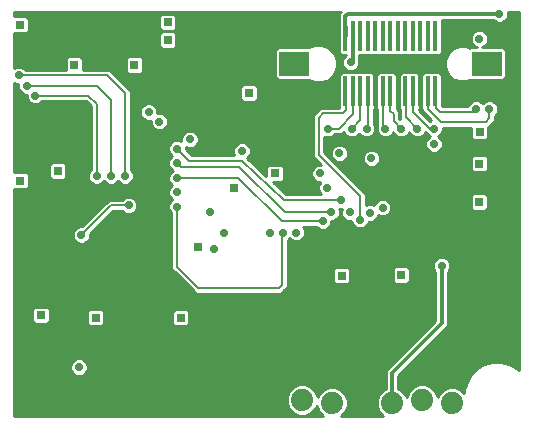
<source format=gbl>
G75*
%MOIN*%
%OFA0B0*%
%FSLAX24Y24*%
%IPPOS*%
%LPD*%
%AMOC8*
5,1,8,0,0,1.08239X$1,22.5*
%
%ADD10C,0.0740*%
%ADD11R,0.0138X0.0984*%
%ADD12R,0.0984X0.0787*%
%ADD13C,0.0100*%
%ADD14C,0.0280*%
%ADD15C,0.0120*%
%ADD16R,0.0280X0.0280*%
%ADD17C,0.0080*%
D10*
X010788Y002192D03*
X011788Y002092D03*
X012788Y002192D03*
X013788Y002092D03*
X014788Y002192D03*
X015788Y002092D03*
D11*
X015479Y012479D03*
X015229Y012479D03*
X014979Y012479D03*
X014729Y012479D03*
X014479Y012479D03*
X014229Y012479D03*
X013979Y012479D03*
X013729Y012479D03*
X013479Y012479D03*
X013229Y012479D03*
X012979Y012479D03*
X012729Y012479D03*
X012479Y012479D03*
X012229Y012479D03*
X011979Y012479D03*
X011979Y014329D03*
X012229Y014329D03*
X012479Y014329D03*
X012729Y014329D03*
X012979Y014329D03*
X013229Y014329D03*
X013479Y014329D03*
X013729Y014329D03*
X013979Y014329D03*
X014229Y014329D03*
X014479Y014329D03*
X014729Y014329D03*
X014979Y014329D03*
X015229Y014329D03*
X015479Y014329D03*
D12*
X016933Y013404D03*
X010525Y013404D03*
D13*
X001187Y009217D02*
X001187Y001649D01*
X011497Y001649D01*
X011493Y001651D01*
X011347Y001797D01*
X011268Y001988D01*
X011268Y001992D01*
X011229Y001897D01*
X011083Y001751D01*
X010891Y001672D01*
X010685Y001672D01*
X010493Y001751D01*
X010347Y001897D01*
X010268Y002088D01*
X010268Y002295D01*
X010347Y002486D01*
X010493Y002632D01*
X010685Y002712D01*
X010891Y002712D01*
X011083Y002632D01*
X011229Y002486D01*
X011308Y002295D01*
X011308Y002292D01*
X011347Y002386D01*
X011493Y002532D01*
X011685Y002612D01*
X011891Y002612D01*
X012083Y002532D01*
X012229Y002386D01*
X012308Y002195D01*
X012308Y001988D01*
X012229Y001797D01*
X012083Y001651D01*
X012079Y001649D01*
X013497Y001649D01*
X013493Y001651D01*
X013347Y001797D01*
X013268Y001988D01*
X013268Y002195D01*
X013347Y002386D01*
X013493Y002532D01*
X013570Y002564D01*
X013570Y003176D01*
X013693Y003299D01*
X015224Y004830D01*
X015224Y006472D01*
X015188Y006508D01*
X015144Y006614D01*
X015144Y006730D01*
X015188Y006836D01*
X015269Y006918D01*
X015376Y006962D01*
X015491Y006962D01*
X015598Y006918D01*
X015679Y006836D01*
X015724Y006730D01*
X015724Y006614D01*
X015679Y006508D01*
X015644Y006472D01*
X015644Y004656D01*
X013990Y003002D01*
X013990Y002571D01*
X014083Y002532D01*
X014229Y002386D01*
X014268Y002292D01*
X014268Y002295D01*
X014347Y002486D01*
X014493Y002632D01*
X014685Y002712D01*
X014891Y002712D01*
X015083Y002632D01*
X015229Y002486D01*
X015308Y002295D01*
X015308Y002292D01*
X015347Y002386D01*
X015493Y002532D01*
X015685Y002612D01*
X015891Y002612D01*
X016083Y002532D01*
X016192Y002423D01*
X016192Y002523D01*
X016266Y002797D01*
X016408Y003044D01*
X016609Y003245D01*
X016855Y003387D01*
X017130Y003460D01*
X017414Y003460D01*
X017689Y003387D01*
X017935Y003245D01*
X018003Y003177D01*
X018003Y015120D01*
X017651Y015120D01*
X017653Y015115D01*
X017653Y015000D01*
X017609Y014893D01*
X017527Y014812D01*
X017420Y014768D01*
X017305Y014768D01*
X017198Y014812D01*
X017163Y014848D01*
X015448Y014848D01*
X015448Y013775D01*
X015360Y013687D01*
X012689Y013687D01*
X012689Y013540D01*
X012692Y013503D01*
X012692Y013501D01*
X012692Y013494D01*
X012695Y013460D01*
X012692Y013458D01*
X012692Y013386D01*
X012648Y013279D01*
X012566Y013198D01*
X012460Y013154D01*
X012344Y013154D01*
X012238Y013198D01*
X012156Y013279D01*
X012112Y013386D01*
X012112Y013501D01*
X012156Y013608D01*
X012236Y013687D01*
X012098Y013687D01*
X012010Y013775D01*
X012010Y014339D01*
X012004Y014363D01*
X012010Y014373D01*
X012010Y014884D01*
X012021Y014895D01*
X012021Y014901D01*
X012012Y014911D01*
X012019Y014986D01*
X012017Y015061D01*
X012026Y015071D01*
X012028Y015085D01*
X012070Y015120D01*
X001187Y015120D01*
X001187Y014993D01*
X001581Y014993D01*
X001669Y014906D01*
X001669Y014501D01*
X001581Y014413D01*
X001187Y014413D01*
X001187Y013261D01*
X001281Y013300D01*
X001397Y013300D01*
X001503Y013256D01*
X001559Y013200D01*
X002900Y013200D01*
X002900Y013567D01*
X002987Y013655D01*
X003392Y013655D01*
X003480Y013567D01*
X003480Y013200D01*
X004371Y013200D01*
X004482Y013089D01*
X004482Y013089D01*
X004961Y012610D01*
X004961Y012610D01*
X005072Y012499D01*
X005072Y009884D01*
X005128Y009828D01*
X005172Y009722D01*
X005172Y009606D01*
X005128Y009500D01*
X005047Y009418D01*
X004940Y009374D01*
X004825Y009374D01*
X004718Y009418D01*
X004646Y009490D01*
X004574Y009418D01*
X004468Y009374D01*
X004352Y009374D01*
X004246Y009418D01*
X004174Y009490D01*
X004102Y009418D01*
X003995Y009374D01*
X003880Y009374D01*
X003773Y009418D01*
X003692Y009500D01*
X003648Y009606D01*
X003648Y009722D01*
X003692Y009828D01*
X003748Y009884D01*
X003748Y011987D01*
X003583Y012151D01*
X002110Y012151D01*
X002055Y012095D01*
X001948Y012051D01*
X001833Y012051D01*
X001726Y012095D01*
X001644Y012177D01*
X001600Y012284D01*
X001600Y012366D01*
X001557Y012366D01*
X001450Y012410D01*
X001369Y012492D01*
X001325Y012598D01*
X001325Y012714D01*
X001327Y012720D01*
X001281Y012720D01*
X001187Y012760D01*
X001187Y009797D01*
X001581Y009797D01*
X001669Y009709D01*
X001669Y009304D01*
X001581Y009217D01*
X001187Y009217D01*
X001187Y009178D02*
X006328Y009178D01*
X006325Y009171D02*
X006325Y009055D01*
X006369Y008949D01*
X006441Y008877D01*
X006369Y008805D01*
X006325Y008698D01*
X006325Y008583D01*
X006369Y008476D01*
X006425Y008420D01*
X006425Y006554D01*
X006536Y006443D01*
X007133Y005845D01*
X007245Y005734D01*
X010079Y005734D01*
X010197Y005852D01*
X010309Y005963D01*
X010309Y007523D01*
X010322Y007528D01*
X010375Y007581D01*
X010427Y007528D01*
X010533Y007484D01*
X010649Y007484D01*
X010755Y007528D01*
X010837Y007610D01*
X010881Y007717D01*
X010881Y007832D01*
X010837Y007939D01*
X010801Y007974D01*
X011253Y007974D01*
X011309Y007918D01*
X011415Y007874D01*
X011531Y007874D01*
X011637Y007918D01*
X011719Y008000D01*
X011763Y008106D01*
X011763Y008165D01*
X011818Y008165D01*
X011925Y008210D01*
X012006Y008291D01*
X012050Y008398D01*
X012050Y008513D01*
X012025Y008575D01*
X012109Y008575D01*
X012081Y008505D01*
X012081Y008390D01*
X012047Y008390D01*
X012081Y008390D02*
X012125Y008283D01*
X012206Y008202D01*
X012313Y008158D01*
X012427Y008158D01*
X012427Y008146D01*
X012471Y008039D01*
X012553Y007958D01*
X012659Y007913D01*
X012775Y007913D01*
X012881Y007958D01*
X012963Y008039D01*
X013004Y008138D01*
X013105Y008138D01*
X013212Y008182D01*
X013294Y008264D01*
X013327Y008344D01*
X013407Y008311D01*
X013523Y008311D01*
X013629Y008355D01*
X013711Y008437D01*
X013755Y008543D01*
X013755Y008659D01*
X013711Y008765D01*
X013629Y008847D01*
X013523Y008891D01*
X013407Y008891D01*
X013301Y008847D01*
X013219Y008765D01*
X013186Y008685D01*
X013105Y008718D01*
X012990Y008718D01*
X012907Y008683D01*
X012907Y009073D01*
X012796Y009185D01*
X011529Y010451D01*
X011529Y010973D01*
X011589Y010949D01*
X011704Y010949D01*
X011810Y010993D01*
X011866Y011049D01*
X011936Y011049D01*
X011937Y011048D01*
X012014Y011049D01*
X012091Y011049D01*
X012092Y011050D01*
X012094Y011050D01*
X012148Y011106D01*
X012173Y011130D01*
X012196Y011075D01*
X012277Y010993D01*
X012384Y010949D01*
X012499Y010949D01*
X012606Y010993D01*
X012687Y011075D01*
X012688Y011075D01*
X012688Y011075D01*
X012769Y010993D01*
X012876Y010949D01*
X012991Y010949D01*
X013098Y010993D01*
X013179Y011075D01*
X013224Y011181D01*
X013224Y011297D01*
X013179Y011403D01*
X013169Y011414D01*
X013169Y011896D01*
X013198Y011925D01*
X013198Y013033D01*
X013110Y013121D01*
X012098Y013121D01*
X012010Y013033D01*
X012010Y011933D01*
X011410Y011933D01*
X011260Y011783D01*
X011149Y011672D01*
X011149Y010294D01*
X011410Y010033D01*
X011321Y010033D01*
X011214Y009989D01*
X011133Y009907D01*
X011089Y009800D01*
X011089Y009685D01*
X011133Y009579D01*
X011214Y009497D01*
X011321Y009453D01*
X011387Y009453D01*
X011369Y009435D01*
X011325Y009328D01*
X011325Y009213D01*
X011369Y009106D01*
X011420Y009055D01*
X010245Y009055D01*
X009823Y009453D01*
X010085Y009453D01*
X010172Y009541D01*
X010172Y009945D01*
X010085Y010033D01*
X009680Y010033D01*
X009592Y009945D01*
X009592Y009670D01*
X008963Y010264D01*
X009026Y010327D01*
X009070Y010433D01*
X009070Y010548D01*
X009026Y010655D01*
X008944Y010737D01*
X008838Y010781D01*
X008722Y010781D01*
X008616Y010737D01*
X008534Y010655D01*
X008490Y010548D01*
X008490Y010433D01*
X008524Y010350D01*
X007103Y010350D01*
X006905Y010548D01*
X006905Y010627D01*
X006903Y010630D01*
X006990Y010595D01*
X007105Y010595D01*
X007212Y010639D01*
X007294Y010720D01*
X007338Y010827D01*
X007338Y010942D01*
X007294Y011049D01*
X007212Y011130D01*
X007105Y011175D01*
X006990Y011175D01*
X006884Y011130D01*
X006802Y011049D01*
X006758Y010942D01*
X006758Y010827D01*
X006759Y010824D01*
X006672Y010860D01*
X006557Y010860D01*
X006450Y010815D01*
X006369Y010734D01*
X006325Y010627D01*
X006325Y010512D01*
X006369Y010405D01*
X006441Y010333D01*
X006369Y010261D01*
X006325Y010155D01*
X006325Y010039D01*
X006369Y009933D01*
X006450Y009851D01*
X006475Y009841D01*
X006450Y009831D01*
X006369Y009750D01*
X006325Y009643D01*
X006325Y009528D01*
X006369Y009421D01*
X006441Y009349D01*
X006369Y009277D01*
X006325Y009171D01*
X006325Y009079D02*
X001187Y009079D01*
X001187Y008981D02*
X006355Y008981D01*
X006435Y008882D02*
X005208Y008882D01*
X005246Y008844D02*
X005165Y008926D01*
X005058Y008970D01*
X004943Y008970D01*
X004836Y008926D01*
X004780Y008870D01*
X004331Y008870D01*
X003447Y007986D01*
X003368Y007986D01*
X003261Y007941D01*
X003180Y007860D01*
X003136Y007753D01*
X003136Y007638D01*
X003180Y007531D01*
X003261Y007450D01*
X003368Y007406D01*
X003483Y007406D01*
X003590Y007450D01*
X003672Y007531D01*
X003716Y007638D01*
X003716Y007717D01*
X004489Y008490D01*
X004780Y008490D01*
X004836Y008434D01*
X004943Y008390D01*
X005058Y008390D01*
X005165Y008434D01*
X005246Y008516D01*
X005291Y008622D01*
X005291Y008737D01*
X005246Y008844D01*
X005271Y008784D02*
X006360Y008784D01*
X006325Y008685D02*
X005291Y008685D01*
X005276Y008587D02*
X006325Y008587D01*
X006364Y008488D02*
X005219Y008488D01*
X005059Y008390D02*
X006425Y008390D01*
X006425Y008291D02*
X004290Y008291D01*
X004192Y008193D02*
X006425Y008193D01*
X006425Y008094D02*
X004093Y008094D01*
X003995Y007996D02*
X006425Y007996D01*
X006425Y007897D02*
X003896Y007897D01*
X003798Y007799D02*
X006425Y007799D01*
X006425Y007700D02*
X003716Y007700D01*
X003701Y007602D02*
X006425Y007602D01*
X006425Y007503D02*
X003644Y007503D01*
X003208Y007503D02*
X001187Y007503D01*
X001187Y007405D02*
X006425Y007405D01*
X006425Y007306D02*
X001187Y007306D01*
X001187Y007208D02*
X006425Y007208D01*
X006425Y007109D02*
X001187Y007109D01*
X001187Y007011D02*
X006425Y007011D01*
X006425Y006912D02*
X001187Y006912D01*
X001187Y006814D02*
X006425Y006814D01*
X006425Y006715D02*
X001187Y006715D01*
X001187Y006617D02*
X006425Y006617D01*
X006460Y006518D02*
X001187Y006518D01*
X001187Y006420D02*
X006559Y006420D01*
X006657Y006321D02*
X001187Y006321D01*
X001187Y006223D02*
X006756Y006223D01*
X006854Y006124D02*
X001187Y006124D01*
X001187Y006026D02*
X006953Y006026D01*
X007051Y005927D02*
X001187Y005927D01*
X001187Y005829D02*
X007150Y005829D01*
X006935Y005230D02*
X006531Y005230D01*
X006443Y005142D01*
X006443Y004737D01*
X006531Y004650D01*
X006935Y004650D01*
X007023Y004737D01*
X007023Y005142D01*
X006935Y005230D01*
X007023Y005139D02*
X015224Y005139D01*
X015224Y005041D02*
X007023Y005041D01*
X007023Y004942D02*
X015224Y004942D01*
X015224Y004844D02*
X007023Y004844D01*
X007023Y004745D02*
X015139Y004745D01*
X015041Y004647D02*
X001187Y004647D01*
X001187Y004745D02*
X001868Y004745D01*
X001885Y004728D02*
X002289Y004728D01*
X002377Y004816D01*
X002377Y005221D01*
X002289Y005308D01*
X001885Y005308D01*
X001797Y005221D01*
X001797Y004816D01*
X001885Y004728D01*
X001797Y004844D02*
X001187Y004844D01*
X001187Y004942D02*
X001797Y004942D01*
X001797Y005041D02*
X001187Y005041D01*
X001187Y005139D02*
X001797Y005139D01*
X001815Y005238D02*
X001187Y005238D01*
X001187Y005336D02*
X015224Y005336D01*
X015224Y005238D02*
X002360Y005238D01*
X002377Y005139D02*
X003608Y005139D01*
X003608Y005142D02*
X003608Y004737D01*
X003696Y004650D01*
X004100Y004650D01*
X004188Y004737D01*
X004188Y005142D01*
X004100Y005230D01*
X003696Y005230D01*
X003608Y005142D01*
X003608Y005041D02*
X002377Y005041D01*
X002377Y004942D02*
X003608Y004942D01*
X003608Y004844D02*
X002377Y004844D01*
X002306Y004745D02*
X003608Y004745D01*
X004188Y004745D02*
X006443Y004745D01*
X006443Y004844D02*
X004188Y004844D01*
X004188Y004942D02*
X006443Y004942D01*
X006443Y005041D02*
X004188Y005041D01*
X004188Y005139D02*
X006443Y005139D01*
X003593Y003450D02*
X003637Y003344D01*
X003637Y003228D01*
X003593Y003122D01*
X003511Y003040D01*
X003405Y002996D01*
X003289Y002996D01*
X003183Y003040D01*
X003101Y003122D01*
X003057Y003228D01*
X003057Y003344D01*
X003101Y003450D01*
X003183Y003532D01*
X003289Y003576D01*
X003405Y003576D01*
X003511Y003532D01*
X003593Y003450D01*
X003578Y003465D02*
X013859Y003465D01*
X013957Y003563D02*
X003435Y003563D01*
X003259Y003563D02*
X001187Y003563D01*
X001187Y003465D02*
X003116Y003465D01*
X003066Y003366D02*
X001187Y003366D01*
X001187Y003268D02*
X003057Y003268D01*
X003081Y003169D02*
X001187Y003169D01*
X001187Y003071D02*
X003152Y003071D01*
X003542Y003071D02*
X013570Y003071D01*
X013570Y003169D02*
X003613Y003169D01*
X003637Y003268D02*
X013662Y003268D01*
X013760Y003366D02*
X003628Y003366D01*
X001187Y003662D02*
X014056Y003662D01*
X014154Y003760D02*
X001187Y003760D01*
X001187Y003859D02*
X014253Y003859D01*
X014351Y003957D02*
X001187Y003957D01*
X001187Y004056D02*
X014450Y004056D01*
X014548Y004154D02*
X001187Y004154D01*
X001187Y004253D02*
X014647Y004253D01*
X014745Y004351D02*
X001187Y004351D01*
X001187Y004450D02*
X014844Y004450D01*
X014942Y004548D02*
X001187Y004548D01*
X001187Y005435D02*
X015224Y005435D01*
X015224Y005533D02*
X001187Y005533D01*
X001187Y005632D02*
X015224Y005632D01*
X015224Y005730D02*
X001187Y005730D01*
X001187Y007602D02*
X003151Y007602D01*
X003136Y007700D02*
X001187Y007700D01*
X001187Y007799D02*
X003155Y007799D01*
X003218Y007897D02*
X001187Y007897D01*
X001187Y007996D02*
X003458Y007996D01*
X003556Y008094D02*
X001187Y008094D01*
X001187Y008193D02*
X003655Y008193D01*
X003753Y008291D02*
X001187Y008291D01*
X001187Y008390D02*
X003852Y008390D01*
X003950Y008488D02*
X001187Y008488D01*
X001187Y008587D02*
X004049Y008587D01*
X004147Y008685D02*
X001187Y008685D01*
X001187Y008784D02*
X004246Y008784D01*
X004487Y008488D02*
X004782Y008488D01*
X004942Y008390D02*
X004389Y008390D01*
X004793Y008882D02*
X001187Y008882D01*
X001641Y009276D02*
X006369Y009276D01*
X006415Y009375D02*
X004942Y009375D01*
X004822Y009375D02*
X004470Y009375D01*
X004350Y009375D02*
X003998Y009375D01*
X003878Y009375D02*
X001669Y009375D01*
X001669Y009473D02*
X003718Y009473D01*
X003662Y009572D02*
X002881Y009572D01*
X002840Y009532D02*
X002928Y009619D01*
X002928Y010024D01*
X002840Y010112D01*
X002436Y010112D01*
X002348Y010024D01*
X002348Y009619D01*
X002436Y009532D01*
X002840Y009532D01*
X002928Y009670D02*
X003648Y009670D01*
X003667Y009769D02*
X002928Y009769D01*
X002928Y009867D02*
X003731Y009867D01*
X003748Y009966D02*
X002928Y009966D01*
X002888Y010064D02*
X003748Y010064D01*
X003748Y010163D02*
X001187Y010163D01*
X001187Y010261D02*
X003748Y010261D01*
X003748Y010360D02*
X001187Y010360D01*
X001187Y010458D02*
X003748Y010458D01*
X003748Y010557D02*
X001187Y010557D01*
X001187Y010655D02*
X003748Y010655D01*
X003748Y010754D02*
X001187Y010754D01*
X001187Y010852D02*
X003748Y010852D01*
X003748Y010951D02*
X001187Y010951D01*
X001187Y011049D02*
X003748Y011049D01*
X003748Y011148D02*
X001187Y011148D01*
X001187Y011246D02*
X003748Y011246D01*
X003748Y011345D02*
X001187Y011345D01*
X001187Y011444D02*
X003748Y011444D01*
X003748Y011542D02*
X001187Y011542D01*
X001187Y011641D02*
X003748Y011641D01*
X003748Y011739D02*
X001187Y011739D01*
X001187Y011838D02*
X003748Y011838D01*
X003748Y011936D02*
X001187Y011936D01*
X001187Y012035D02*
X003700Y012035D01*
X003601Y012133D02*
X002092Y012133D01*
X001688Y012133D02*
X001187Y012133D01*
X001187Y012232D02*
X001622Y012232D01*
X001600Y012330D02*
X001187Y012330D01*
X001187Y012429D02*
X001432Y012429D01*
X001354Y012527D02*
X001187Y012527D01*
X001187Y012626D02*
X001325Y012626D01*
X001273Y012724D02*
X001187Y012724D01*
X001543Y013217D02*
X002900Y013217D01*
X002900Y013315D02*
X001187Y013315D01*
X001187Y013414D02*
X002900Y013414D01*
X002900Y013512D02*
X001187Y013512D01*
X001187Y013611D02*
X002943Y013611D01*
X003436Y013611D02*
X004951Y013611D01*
X004907Y013567D02*
X004907Y013163D01*
X004995Y013075D01*
X005400Y013075D01*
X005487Y013163D01*
X005487Y013567D01*
X005400Y013655D01*
X004995Y013655D01*
X004907Y013567D01*
X004907Y013512D02*
X003480Y013512D01*
X003480Y013414D02*
X004907Y013414D01*
X004907Y013315D02*
X003480Y013315D01*
X003480Y013217D02*
X004907Y013217D01*
X004952Y013118D02*
X004453Y013118D01*
X004552Y013020D02*
X009883Y013020D01*
X009883Y012948D02*
X009971Y012860D01*
X011002Y012860D01*
X011204Y012777D01*
X011453Y012777D01*
X011684Y012873D01*
X011860Y013049D01*
X011955Y013279D01*
X011955Y013529D01*
X011860Y013759D01*
X011684Y013936D01*
X011453Y014031D01*
X011204Y014031D01*
X011002Y013948D01*
X009971Y013948D01*
X009883Y013860D01*
X009883Y012948D01*
X009910Y012921D02*
X004650Y012921D01*
X004749Y012823D02*
X011094Y012823D01*
X011563Y012823D02*
X012010Y012823D01*
X012010Y012921D02*
X011732Y012921D01*
X011831Y013020D02*
X012010Y013020D01*
X012095Y013118D02*
X011889Y013118D01*
X011929Y013217D02*
X012219Y013217D01*
X012141Y013315D02*
X011955Y013315D01*
X011955Y013414D02*
X012112Y013414D01*
X012117Y013512D02*
X011955Y013512D01*
X011922Y013611D02*
X012159Y013611D01*
X012076Y013709D02*
X011881Y013709D01*
X011812Y013808D02*
X012010Y013808D01*
X012010Y013906D02*
X011713Y013906D01*
X011518Y014005D02*
X012010Y014005D01*
X012010Y014103D02*
X006590Y014103D01*
X006590Y014005D02*
X011139Y014005D01*
X012010Y014202D02*
X006590Y014202D01*
X006590Y014300D02*
X012010Y014300D01*
X012010Y014399D02*
X006585Y014399D01*
X006590Y014394D02*
X006502Y014482D01*
X006098Y014482D01*
X006010Y014394D01*
X006010Y013989D01*
X006098Y013902D01*
X006502Y013902D01*
X006590Y013989D01*
X006590Y014394D01*
X006502Y014492D02*
X006590Y014580D01*
X006590Y014984D01*
X006502Y015072D01*
X006098Y015072D01*
X006010Y014984D01*
X006010Y014580D01*
X006098Y014492D01*
X006502Y014492D01*
X006507Y014497D02*
X012010Y014497D01*
X012010Y014596D02*
X006590Y014596D01*
X006590Y014694D02*
X012010Y014694D01*
X012010Y014793D02*
X006590Y014793D01*
X006590Y014891D02*
X012017Y014891D01*
X012019Y014990D02*
X006585Y014990D01*
X006015Y014990D02*
X001585Y014990D01*
X001669Y014891D02*
X006010Y014891D01*
X006010Y014793D02*
X001669Y014793D01*
X001669Y014694D02*
X006010Y014694D01*
X006010Y014596D02*
X001669Y014596D01*
X001664Y014497D02*
X006093Y014497D01*
X006015Y014399D02*
X001187Y014399D01*
X001187Y014300D02*
X006010Y014300D01*
X006010Y014202D02*
X001187Y014202D01*
X001187Y014103D02*
X006010Y014103D01*
X006010Y014005D02*
X001187Y014005D01*
X001187Y013906D02*
X006093Y013906D01*
X006506Y013906D02*
X009929Y013906D01*
X009883Y013808D02*
X001187Y013808D01*
X001187Y013709D02*
X009883Y013709D01*
X009883Y013611D02*
X005444Y013611D01*
X005487Y013512D02*
X009883Y013512D01*
X009883Y013414D02*
X005487Y013414D01*
X005487Y013315D02*
X009883Y013315D01*
X009883Y013217D02*
X005487Y013217D01*
X005443Y013118D02*
X009883Y013118D01*
X009306Y012622D02*
X009218Y012710D01*
X008814Y012710D01*
X008726Y012622D01*
X008726Y012218D01*
X008814Y012130D01*
X009218Y012130D01*
X009306Y012218D01*
X009306Y012622D01*
X009303Y012626D02*
X012010Y012626D01*
X012010Y012724D02*
X004847Y012724D01*
X004946Y012626D02*
X008730Y012626D01*
X008726Y012527D02*
X005044Y012527D01*
X005072Y012429D02*
X008726Y012429D01*
X008726Y012330D02*
X005072Y012330D01*
X005072Y012232D02*
X008726Y012232D01*
X008811Y012133D02*
X005072Y012133D01*
X005072Y012035D02*
X005504Y012035D01*
X005506Y012036D02*
X005424Y011954D01*
X005380Y011848D01*
X005380Y011732D01*
X005424Y011626D01*
X005506Y011544D01*
X005612Y011500D01*
X005728Y011500D01*
X005734Y011503D01*
X005734Y011417D01*
X005778Y011311D01*
X005860Y011229D01*
X005966Y011185D01*
X006082Y011185D01*
X006188Y011229D01*
X006270Y011311D01*
X006314Y011417D01*
X006314Y011533D01*
X006270Y011639D01*
X006188Y011721D01*
X006082Y011765D01*
X005966Y011765D01*
X005960Y011762D01*
X005960Y011848D01*
X005916Y011954D01*
X005834Y012036D01*
X005728Y012080D01*
X005612Y012080D01*
X005506Y012036D01*
X005416Y011936D02*
X005072Y011936D01*
X005072Y011838D02*
X005380Y011838D01*
X005380Y011739D02*
X005072Y011739D01*
X005072Y011641D02*
X005418Y011641D01*
X005511Y011542D02*
X005072Y011542D01*
X005072Y011444D02*
X005734Y011444D01*
X005764Y011345D02*
X005072Y011345D01*
X005072Y011246D02*
X005843Y011246D01*
X006206Y011246D02*
X011149Y011246D01*
X011149Y011148D02*
X007169Y011148D01*
X007293Y011049D02*
X011149Y011049D01*
X011149Y010951D02*
X007334Y010951D01*
X007338Y010852D02*
X011149Y010852D01*
X011149Y010754D02*
X008902Y010754D01*
X009026Y010655D02*
X011149Y010655D01*
X011149Y010557D02*
X009067Y010557D01*
X009070Y010458D02*
X011149Y010458D01*
X011149Y010360D02*
X009040Y010360D01*
X008965Y010261D02*
X011182Y010261D01*
X011280Y010163D02*
X009070Y010163D01*
X009174Y010064D02*
X011379Y010064D01*
X011192Y009966D02*
X010151Y009966D01*
X010172Y009867D02*
X011116Y009867D01*
X011089Y009769D02*
X010172Y009769D01*
X010172Y009670D02*
X011095Y009670D01*
X011139Y009572D02*
X010172Y009572D01*
X010105Y009473D02*
X011271Y009473D01*
X011344Y009375D02*
X009906Y009375D01*
X010010Y009276D02*
X011325Y009276D01*
X011339Y009178D02*
X010115Y009178D01*
X010219Y009079D02*
X011395Y009079D01*
X012050Y008488D02*
X012081Y008488D01*
X012121Y008291D02*
X012006Y008291D01*
X011885Y008193D02*
X012227Y008193D01*
X012448Y008094D02*
X011758Y008094D01*
X011715Y007996D02*
X012514Y007996D01*
X012920Y007996D02*
X018003Y007996D01*
X018003Y008094D02*
X012986Y008094D01*
X013223Y008193D02*
X018003Y008193D01*
X018003Y008291D02*
X013305Y008291D01*
X013664Y008390D02*
X018003Y008390D01*
X018003Y008488D02*
X013732Y008488D01*
X013755Y008587D02*
X016412Y008587D01*
X016403Y008596D02*
X016491Y008508D01*
X016896Y008508D01*
X016983Y008596D01*
X016983Y009000D01*
X016896Y009088D01*
X016491Y009088D01*
X016403Y009000D01*
X016403Y008596D01*
X016403Y008685D02*
X013744Y008685D01*
X013692Y008784D02*
X016403Y008784D01*
X016403Y008882D02*
X013543Y008882D01*
X013387Y008882D02*
X012907Y008882D01*
X012907Y008784D02*
X013238Y008784D01*
X013186Y008685D02*
X013184Y008685D01*
X012912Y008685D02*
X012907Y008685D01*
X012907Y008981D02*
X016403Y008981D01*
X016483Y009079D02*
X012901Y009079D01*
X012803Y009178D02*
X018003Y009178D01*
X018003Y009276D02*
X012704Y009276D01*
X012606Y009375D02*
X018003Y009375D01*
X018003Y009473D02*
X012507Y009473D01*
X012409Y009572D02*
X018003Y009572D01*
X018003Y009670D02*
X012310Y009670D01*
X012212Y009769D02*
X018003Y009769D01*
X018003Y009867D02*
X016976Y009867D01*
X016980Y009871D02*
X016892Y009783D01*
X016487Y009783D01*
X016400Y009871D01*
X016400Y010276D01*
X016487Y010363D01*
X016892Y010363D01*
X016980Y010276D01*
X016980Y009871D01*
X016980Y009966D02*
X018003Y009966D01*
X018003Y010064D02*
X016980Y010064D01*
X016980Y010163D02*
X018003Y010163D01*
X018003Y010261D02*
X016980Y010261D01*
X016895Y010360D02*
X018003Y010360D01*
X018003Y010458D02*
X015291Y010458D01*
X015239Y010437D02*
X015346Y010481D01*
X015428Y010563D01*
X015472Y010669D01*
X015472Y010785D01*
X015428Y010891D01*
X015346Y010973D01*
X015322Y010983D01*
X015346Y010993D01*
X015428Y011075D01*
X015472Y011181D01*
X015472Y011269D01*
X016415Y011269D01*
X016415Y010934D01*
X016503Y010846D01*
X016907Y010846D01*
X016995Y010934D01*
X016995Y011288D01*
X017103Y011395D01*
X017214Y011507D01*
X017214Y011672D01*
X017270Y011728D01*
X017314Y011835D01*
X017314Y011950D01*
X017270Y012057D01*
X017188Y012138D01*
X017082Y012182D01*
X016966Y012182D01*
X016860Y012138D01*
X016806Y012084D01*
X016751Y012138D01*
X016645Y012182D01*
X016529Y012182D01*
X016423Y012138D01*
X016341Y012057D01*
X016310Y011980D01*
X015457Y011980D01*
X015448Y011990D01*
X015448Y012458D01*
X015454Y012474D01*
X015448Y012489D01*
X015448Y013033D01*
X015360Y013121D01*
X014848Y013121D01*
X014760Y013033D01*
X014760Y011925D01*
X014789Y011896D01*
X014789Y011893D01*
X014789Y011816D01*
X014790Y011814D01*
X014790Y011812D01*
X014846Y011759D01*
X014900Y011704D01*
X014902Y011704D01*
X015096Y011517D01*
X015045Y011496D01*
X014672Y011864D01*
X014672Y011899D01*
X014698Y011925D01*
X014698Y013033D01*
X014610Y013121D01*
X014098Y013121D01*
X014010Y013033D01*
X014010Y011925D01*
X014042Y011893D01*
X014042Y011702D01*
X014043Y011625D01*
X014043Y011552D01*
X014029Y011566D01*
X014029Y011658D01*
X014033Y011663D01*
X014029Y011736D01*
X014029Y011810D01*
X014025Y011814D01*
X014024Y011820D01*
X013970Y011869D01*
X013931Y011908D01*
X013948Y011925D01*
X013948Y013033D01*
X013860Y013121D01*
X013348Y013121D01*
X013260Y013033D01*
X013260Y011925D01*
X013289Y011896D01*
X013289Y011373D01*
X013283Y011366D01*
X013285Y011343D01*
X013266Y011297D01*
X013266Y011181D01*
X013310Y011075D01*
X013391Y010993D01*
X013498Y010949D01*
X013613Y010949D01*
X013720Y010993D01*
X013802Y011075D01*
X013821Y011123D01*
X013841Y011075D01*
X013923Y010993D01*
X014029Y010949D01*
X014145Y010949D01*
X014251Y010993D01*
X014333Y011075D01*
X014355Y011127D01*
X014377Y011075D01*
X014458Y010993D01*
X014565Y010949D01*
X014680Y010949D01*
X014787Y010993D01*
X014868Y011075D01*
X014887Y011119D01*
X014902Y011104D01*
X014957Y011049D01*
X014958Y011049D01*
X014959Y011048D01*
X014962Y011048D01*
X015017Y010993D01*
X015042Y010983D01*
X015017Y010973D01*
X014936Y010891D01*
X014892Y010785D01*
X014892Y010669D01*
X014936Y010563D01*
X015017Y010481D01*
X015124Y010437D01*
X015239Y010437D01*
X015072Y010458D02*
X013297Y010458D01*
X013259Y010497D02*
X013153Y010541D01*
X013037Y010541D01*
X012931Y010497D01*
X012849Y010415D01*
X012805Y010308D01*
X012805Y010193D01*
X012849Y010086D01*
X012931Y010005D01*
X013037Y009961D01*
X013153Y009961D01*
X013259Y010005D01*
X013341Y010086D01*
X013385Y010193D01*
X013385Y010308D01*
X013341Y010415D01*
X013259Y010497D01*
X013364Y010360D02*
X016484Y010360D01*
X016400Y010261D02*
X013385Y010261D01*
X013373Y010163D02*
X016400Y010163D01*
X016400Y010064D02*
X013319Y010064D01*
X013166Y009966D02*
X016400Y009966D01*
X016403Y009867D02*
X012113Y009867D01*
X012015Y009966D02*
X013024Y009966D01*
X012871Y010064D02*
X011916Y010064D01*
X011970Y010122D02*
X012086Y010122D01*
X012192Y010166D01*
X012274Y010248D01*
X012318Y010354D01*
X012318Y010470D01*
X012274Y010576D01*
X012192Y010658D01*
X012086Y010702D01*
X011970Y010702D01*
X011864Y010658D01*
X011782Y010576D01*
X011738Y010470D01*
X011738Y010354D01*
X011782Y010248D01*
X011864Y010166D01*
X011970Y010122D01*
X011872Y010163D02*
X011818Y010163D01*
X011777Y010261D02*
X011719Y010261D01*
X011738Y010360D02*
X011621Y010360D01*
X011529Y010458D02*
X011738Y010458D01*
X011774Y010557D02*
X011529Y010557D01*
X011529Y010655D02*
X011861Y010655D01*
X012195Y010655D02*
X014897Y010655D01*
X014892Y010754D02*
X011529Y010754D01*
X011529Y010852D02*
X014920Y010852D01*
X014995Y010951D02*
X014685Y010951D01*
X014560Y010951D02*
X014150Y010951D01*
X014024Y010951D02*
X013619Y010951D01*
X013493Y010951D02*
X012997Y010951D01*
X012871Y010951D02*
X012504Y010951D01*
X012379Y010951D02*
X011709Y010951D01*
X011583Y010951D02*
X011529Y010951D01*
X011149Y011345D02*
X006284Y011345D01*
X006314Y011444D02*
X011149Y011444D01*
X011149Y011542D02*
X006310Y011542D01*
X006269Y011641D02*
X011149Y011641D01*
X011216Y011739D02*
X006145Y011739D01*
X005960Y011838D02*
X011315Y011838D01*
X012010Y011936D02*
X005923Y011936D01*
X005835Y012035D02*
X012010Y012035D01*
X012010Y012133D02*
X009221Y012133D01*
X009306Y012232D02*
X012010Y012232D01*
X012010Y012330D02*
X009306Y012330D01*
X009306Y012429D02*
X012010Y012429D01*
X012010Y012527D02*
X009306Y012527D01*
X008658Y010754D02*
X007308Y010754D01*
X007229Y010655D02*
X008535Y010655D01*
X008494Y010557D02*
X006905Y010557D01*
X006994Y010458D02*
X008490Y010458D01*
X008520Y010360D02*
X007093Y010360D01*
X006414Y010360D02*
X005072Y010360D01*
X005072Y010458D02*
X006347Y010458D01*
X006325Y010557D02*
X005072Y010557D01*
X005072Y010655D02*
X006336Y010655D01*
X006389Y010754D02*
X005072Y010754D01*
X005072Y010852D02*
X006540Y010852D01*
X006689Y010852D02*
X006758Y010852D01*
X006761Y010951D02*
X005072Y010951D01*
X005072Y011049D02*
X006803Y011049D01*
X006926Y011148D02*
X005072Y011148D01*
X005072Y010261D02*
X006369Y010261D01*
X006328Y010163D02*
X005072Y010163D01*
X005072Y010064D02*
X006325Y010064D01*
X006355Y009966D02*
X005072Y009966D01*
X005089Y009867D02*
X006434Y009867D01*
X006388Y009769D02*
X005153Y009769D01*
X005172Y009670D02*
X006336Y009670D01*
X006325Y009572D02*
X005158Y009572D01*
X005102Y009473D02*
X006347Y009473D01*
X004663Y009473D02*
X004630Y009473D01*
X004190Y009473D02*
X004157Y009473D01*
X002396Y009572D02*
X001669Y009572D01*
X001669Y009670D02*
X002348Y009670D01*
X002348Y009769D02*
X001608Y009769D01*
X001187Y009867D02*
X002348Y009867D01*
X002348Y009966D02*
X001187Y009966D01*
X001187Y010064D02*
X002389Y010064D01*
X001187Y015088D02*
X012032Y015088D01*
X012689Y013611D02*
X015579Y013611D01*
X015542Y013521D02*
X015542Y013287D01*
X015631Y013071D01*
X015797Y012906D01*
X016013Y012816D01*
X016246Y012816D01*
X016371Y012868D01*
X016378Y012860D01*
X017487Y012860D01*
X017575Y012948D01*
X017575Y013860D01*
X017487Y013948D01*
X016768Y013948D01*
X016858Y013985D01*
X016939Y014067D01*
X016983Y014173D01*
X016983Y014289D01*
X016939Y014395D01*
X016858Y014477D01*
X016751Y014521D01*
X016636Y014521D01*
X016529Y014477D01*
X016448Y014395D01*
X016403Y014289D01*
X016403Y014173D01*
X016448Y014067D01*
X016529Y013985D01*
X016619Y013948D01*
X016378Y013948D01*
X016371Y013940D01*
X016246Y013992D01*
X016013Y013992D01*
X015797Y013903D01*
X015631Y013737D01*
X015542Y013521D01*
X015542Y013512D02*
X012691Y013512D01*
X012692Y013414D02*
X015542Y013414D01*
X015542Y013315D02*
X012663Y013315D01*
X012585Y013217D02*
X015571Y013217D01*
X015612Y013118D02*
X015363Y013118D01*
X015448Y013020D02*
X015683Y013020D01*
X015781Y012921D02*
X015448Y012921D01*
X015448Y012823D02*
X015998Y012823D01*
X016261Y012823D02*
X018003Y012823D01*
X018003Y012921D02*
X017547Y012921D01*
X017575Y013020D02*
X018003Y013020D01*
X018003Y013118D02*
X017575Y013118D01*
X017575Y013217D02*
X018003Y013217D01*
X018003Y013315D02*
X017575Y013315D01*
X017575Y013414D02*
X018003Y013414D01*
X018003Y013512D02*
X017575Y013512D01*
X017575Y013611D02*
X018003Y013611D01*
X018003Y013709D02*
X017575Y013709D01*
X017575Y013808D02*
X018003Y013808D01*
X018003Y013906D02*
X017529Y013906D01*
X018003Y014005D02*
X016877Y014005D01*
X016954Y014103D02*
X018003Y014103D01*
X018003Y014202D02*
X016983Y014202D01*
X016979Y014300D02*
X018003Y014300D01*
X018003Y014399D02*
X016936Y014399D01*
X016809Y014497D02*
X018003Y014497D01*
X018003Y014596D02*
X015448Y014596D01*
X015448Y014694D02*
X018003Y014694D01*
X018003Y014793D02*
X017480Y014793D01*
X017606Y014891D02*
X018003Y014891D01*
X018003Y014990D02*
X017648Y014990D01*
X017653Y015088D02*
X018003Y015088D01*
X017245Y014793D02*
X015448Y014793D01*
X015448Y014497D02*
X016578Y014497D01*
X016451Y014399D02*
X015448Y014399D01*
X015448Y014300D02*
X016408Y014300D01*
X016403Y014202D02*
X015448Y014202D01*
X015448Y014103D02*
X016433Y014103D01*
X016510Y014005D02*
X015448Y014005D01*
X015448Y013906D02*
X015805Y013906D01*
X015702Y013808D02*
X015448Y013808D01*
X015382Y013709D02*
X015620Y013709D01*
X014845Y013118D02*
X014613Y013118D01*
X014698Y013020D02*
X014760Y013020D01*
X014760Y012921D02*
X014698Y012921D01*
X014698Y012823D02*
X014760Y012823D01*
X014760Y012724D02*
X014698Y012724D01*
X014698Y012626D02*
X014760Y012626D01*
X014760Y012527D02*
X014698Y012527D01*
X014698Y012429D02*
X014760Y012429D01*
X014760Y012330D02*
X014698Y012330D01*
X014698Y012232D02*
X014760Y012232D01*
X014760Y012133D02*
X014698Y012133D01*
X014698Y012035D02*
X014760Y012035D01*
X014760Y011936D02*
X014698Y011936D01*
X014699Y011838D02*
X014789Y011838D01*
X014799Y011739D02*
X014866Y011739D01*
X014899Y011641D02*
X014968Y011641D01*
X014999Y011542D02*
X015070Y011542D01*
X015472Y011246D02*
X016415Y011246D01*
X016415Y011148D02*
X015458Y011148D01*
X015402Y011049D02*
X016415Y011049D01*
X016415Y010951D02*
X015368Y010951D01*
X015444Y010852D02*
X016497Y010852D01*
X016913Y010852D02*
X018003Y010852D01*
X018003Y010754D02*
X015472Y010754D01*
X015466Y010655D02*
X018003Y010655D01*
X018003Y010557D02*
X015422Y010557D01*
X014942Y010557D02*
X012282Y010557D01*
X012318Y010458D02*
X012893Y010458D01*
X012826Y010360D02*
X012318Y010360D01*
X012280Y010261D02*
X012805Y010261D01*
X012817Y010163D02*
X012185Y010163D01*
X012221Y011049D02*
X012092Y011049D01*
X012662Y011049D02*
X012713Y011049D01*
X013154Y011049D02*
X013335Y011049D01*
X013279Y011148D02*
X013210Y011148D01*
X013224Y011246D02*
X013266Y011246D01*
X013285Y011345D02*
X013204Y011345D01*
X013169Y011444D02*
X013289Y011444D01*
X013289Y011542D02*
X013169Y011542D01*
X013169Y011641D02*
X013289Y011641D01*
X013289Y011739D02*
X013169Y011739D01*
X013169Y011838D02*
X013289Y011838D01*
X013260Y011936D02*
X013198Y011936D01*
X013198Y012035D02*
X013260Y012035D01*
X013260Y012133D02*
X013198Y012133D01*
X013198Y012232D02*
X013260Y012232D01*
X013260Y012330D02*
X013198Y012330D01*
X013198Y012429D02*
X013260Y012429D01*
X013260Y012527D02*
X013198Y012527D01*
X013198Y012626D02*
X013260Y012626D01*
X013260Y012724D02*
X013198Y012724D01*
X013198Y012823D02*
X013260Y012823D01*
X013260Y012921D02*
X013198Y012921D01*
X013198Y013020D02*
X013260Y013020D01*
X013345Y013118D02*
X013113Y013118D01*
X013863Y013118D02*
X014095Y013118D01*
X014010Y013020D02*
X013948Y013020D01*
X013948Y012921D02*
X014010Y012921D01*
X014010Y012823D02*
X013948Y012823D01*
X013948Y012724D02*
X014010Y012724D01*
X014010Y012626D02*
X013948Y012626D01*
X013948Y012527D02*
X014010Y012527D01*
X014010Y012429D02*
X013948Y012429D01*
X013948Y012330D02*
X014010Y012330D01*
X014010Y012232D02*
X013948Y012232D01*
X013948Y012133D02*
X014010Y012133D01*
X014010Y012035D02*
X013948Y012035D01*
X013948Y011936D02*
X014010Y011936D01*
X014005Y011838D02*
X014042Y011838D01*
X014029Y011739D02*
X014042Y011739D01*
X014042Y011702D02*
X014042Y011702D01*
X014043Y011641D02*
X014029Y011641D01*
X013866Y011049D02*
X013776Y011049D01*
X014308Y011049D02*
X014402Y011049D01*
X014843Y011049D02*
X014957Y011049D01*
X015448Y012035D02*
X016332Y012035D01*
X016418Y012133D02*
X015448Y012133D01*
X015448Y012232D02*
X018003Y012232D01*
X018003Y012330D02*
X015448Y012330D01*
X015448Y012429D02*
X018003Y012429D01*
X018003Y012527D02*
X015448Y012527D01*
X015448Y012626D02*
X018003Y012626D01*
X018003Y012724D02*
X015448Y012724D01*
X016757Y012133D02*
X016855Y012133D01*
X017194Y012133D02*
X018003Y012133D01*
X018003Y012035D02*
X017279Y012035D01*
X017314Y011936D02*
X018003Y011936D01*
X018003Y011838D02*
X017314Y011838D01*
X017275Y011739D02*
X018003Y011739D01*
X018003Y011641D02*
X017214Y011641D01*
X017214Y011542D02*
X018003Y011542D01*
X018003Y011444D02*
X017151Y011444D01*
X017053Y011345D02*
X018003Y011345D01*
X018003Y011246D02*
X016995Y011246D01*
X016995Y011148D02*
X018003Y011148D01*
X018003Y011049D02*
X016995Y011049D01*
X016995Y010951D02*
X018003Y010951D01*
X018003Y009079D02*
X016904Y009079D01*
X016983Y008981D02*
X018003Y008981D01*
X018003Y008882D02*
X016983Y008882D01*
X016983Y008784D02*
X018003Y008784D01*
X018003Y008685D02*
X016983Y008685D01*
X016975Y008587D02*
X018003Y008587D01*
X018003Y007897D02*
X011587Y007897D01*
X011359Y007897D02*
X010854Y007897D01*
X010881Y007799D02*
X018003Y007799D01*
X018003Y007700D02*
X010874Y007700D01*
X010829Y007602D02*
X018003Y007602D01*
X018003Y007503D02*
X010695Y007503D01*
X010487Y007503D02*
X010309Y007503D01*
X010309Y007405D02*
X018003Y007405D01*
X018003Y007306D02*
X010309Y007306D01*
X010309Y007208D02*
X018003Y007208D01*
X018003Y007109D02*
X010309Y007109D01*
X010309Y007011D02*
X018003Y007011D01*
X018003Y006912D02*
X015603Y006912D01*
X015689Y006814D02*
X018003Y006814D01*
X018003Y006715D02*
X015724Y006715D01*
X015724Y006617D02*
X018003Y006617D01*
X018003Y006518D02*
X015684Y006518D01*
X015644Y006420D02*
X018003Y006420D01*
X018003Y006321D02*
X015644Y006321D01*
X015644Y006223D02*
X018003Y006223D01*
X018003Y006124D02*
X015644Y006124D01*
X015644Y006026D02*
X018003Y006026D01*
X018003Y005927D02*
X015644Y005927D01*
X015644Y005829D02*
X018003Y005829D01*
X018003Y005730D02*
X015644Y005730D01*
X015644Y005632D02*
X018003Y005632D01*
X018003Y005533D02*
X015644Y005533D01*
X015644Y005435D02*
X018003Y005435D01*
X018003Y005336D02*
X015644Y005336D01*
X015644Y005238D02*
X018003Y005238D01*
X018003Y005139D02*
X015644Y005139D01*
X015644Y005041D02*
X018003Y005041D01*
X018003Y004942D02*
X015644Y004942D01*
X015644Y004844D02*
X018003Y004844D01*
X018003Y004745D02*
X015644Y004745D01*
X015635Y004647D02*
X018003Y004647D01*
X018003Y004548D02*
X015536Y004548D01*
X015438Y004450D02*
X018003Y004450D01*
X018003Y004351D02*
X015339Y004351D01*
X015241Y004253D02*
X018003Y004253D01*
X018003Y004154D02*
X015142Y004154D01*
X015044Y004056D02*
X018003Y004056D01*
X018003Y003957D02*
X014945Y003957D01*
X014847Y003859D02*
X018003Y003859D01*
X018003Y003760D02*
X014748Y003760D01*
X014650Y003662D02*
X018003Y003662D01*
X018003Y003563D02*
X014551Y003563D01*
X014453Y003465D02*
X018003Y003465D01*
X018003Y003366D02*
X017724Y003366D01*
X017895Y003268D02*
X018003Y003268D01*
X016820Y003366D02*
X014354Y003366D01*
X014256Y003268D02*
X016649Y003268D01*
X016534Y003169D02*
X014157Y003169D01*
X014059Y003071D02*
X016435Y003071D01*
X016367Y002972D02*
X013990Y002972D01*
X013990Y002874D02*
X016310Y002874D01*
X016260Y002775D02*
X013990Y002775D01*
X013990Y002677D02*
X014601Y002677D01*
X014439Y002578D02*
X013990Y002578D01*
X014135Y002480D02*
X014345Y002480D01*
X014304Y002381D02*
X014231Y002381D01*
X013570Y002578D02*
X011971Y002578D01*
X012135Y002480D02*
X013441Y002480D01*
X013345Y002381D02*
X012231Y002381D01*
X012272Y002283D02*
X013304Y002283D01*
X013268Y002184D02*
X012308Y002184D01*
X012308Y002086D02*
X013268Y002086D01*
X013268Y001987D02*
X012308Y001987D01*
X012267Y001889D02*
X013309Y001889D01*
X013354Y001790D02*
X012222Y001790D01*
X012124Y001692D02*
X013452Y001692D01*
X013570Y002677D02*
X010975Y002677D01*
X011136Y002578D02*
X011605Y002578D01*
X011441Y002480D02*
X011231Y002480D01*
X011272Y002381D02*
X011345Y002381D01*
X011266Y001987D02*
X011268Y001987D01*
X011309Y001889D02*
X011221Y001889D01*
X011122Y001790D02*
X011354Y001790D01*
X011452Y001692D02*
X010941Y001692D01*
X010635Y001692D02*
X001187Y001692D01*
X001187Y001790D02*
X010454Y001790D01*
X010355Y001889D02*
X001187Y001889D01*
X001187Y001987D02*
X010310Y001987D01*
X010269Y002086D02*
X001187Y002086D01*
X001187Y002184D02*
X010268Y002184D01*
X010268Y002283D02*
X001187Y002283D01*
X001187Y002381D02*
X010304Y002381D01*
X010345Y002480D02*
X001187Y002480D01*
X001187Y002578D02*
X010439Y002578D01*
X010601Y002677D02*
X001187Y002677D01*
X001187Y002775D02*
X013570Y002775D01*
X013570Y002874D02*
X001187Y002874D01*
X001187Y002972D02*
X013570Y002972D01*
X014975Y002677D02*
X016234Y002677D01*
X016207Y002578D02*
X015971Y002578D01*
X016135Y002480D02*
X016192Y002480D01*
X015605Y002578D02*
X015136Y002578D01*
X015231Y002480D02*
X015441Y002480D01*
X015345Y002381D02*
X015272Y002381D01*
X015224Y005829D02*
X010174Y005829D01*
X010273Y005927D02*
X015224Y005927D01*
X015224Y006026D02*
X010309Y006026D01*
X010309Y006124D02*
X011831Y006124D01*
X011817Y006139D02*
X011905Y006051D01*
X012309Y006051D01*
X012397Y006139D01*
X012397Y006543D01*
X012309Y006631D01*
X011905Y006631D01*
X011817Y006543D01*
X011817Y006139D01*
X011817Y006223D02*
X010309Y006223D01*
X010309Y006321D02*
X011817Y006321D01*
X011817Y006420D02*
X010309Y006420D01*
X010309Y006518D02*
X011817Y006518D01*
X011890Y006617D02*
X010309Y006617D01*
X010309Y006715D02*
X015144Y006715D01*
X015144Y006617D02*
X014327Y006617D01*
X014297Y006647D02*
X013893Y006647D01*
X013805Y006559D01*
X013805Y006155D01*
X013893Y006067D01*
X014297Y006067D01*
X014385Y006155D01*
X014385Y006559D01*
X014297Y006647D01*
X014385Y006518D02*
X015183Y006518D01*
X015224Y006420D02*
X014385Y006420D01*
X014385Y006321D02*
X015224Y006321D01*
X015224Y006223D02*
X014385Y006223D01*
X014355Y006124D02*
X015224Y006124D01*
X015179Y006814D02*
X010309Y006814D01*
X010309Y006912D02*
X015264Y006912D01*
X013863Y006617D02*
X012323Y006617D01*
X012397Y006518D02*
X013805Y006518D01*
X013805Y006420D02*
X012397Y006420D01*
X012397Y006321D02*
X013805Y006321D01*
X013805Y006223D02*
X012397Y006223D01*
X012382Y006124D02*
X013835Y006124D01*
X009592Y009670D02*
X009592Y009670D01*
X009592Y009769D02*
X009488Y009769D01*
X009592Y009867D02*
X009383Y009867D01*
X009279Y009966D02*
X009614Y009966D01*
D14*
X008780Y010491D03*
X007048Y010885D03*
X006615Y010570D03*
X006615Y010097D03*
X006615Y009585D03*
X006615Y009113D03*
X006615Y008640D03*
X007717Y008444D03*
X008190Y007774D03*
X007835Y007223D03*
X006024Y007223D03*
X004922Y007459D03*
X005001Y008680D03*
X005473Y008680D03*
X004882Y009664D03*
X004410Y009664D03*
X003938Y009664D03*
X002599Y008522D03*
X003426Y007696D03*
X002087Y007617D03*
X001418Y006711D03*
X001772Y003286D03*
X003347Y003286D03*
X009725Y007774D03*
X010158Y007774D03*
X010591Y007774D03*
X011473Y008164D03*
X011760Y008455D03*
X012075Y008865D03*
X012371Y008448D03*
X012717Y008203D03*
X013048Y008428D03*
X013465Y008601D03*
X011615Y009270D03*
X011379Y009743D03*
X012028Y010412D03*
X011646Y011239D03*
X012441Y011239D03*
X012934Y011239D03*
X013556Y011239D03*
X014087Y011239D03*
X014623Y011239D03*
X015182Y011239D03*
X015182Y010727D03*
X016587Y011892D03*
X017024Y011892D03*
X016693Y014231D03*
X017363Y015058D03*
X012402Y013444D03*
X013095Y010251D03*
X015434Y006672D03*
X008504Y012774D03*
X006024Y011475D03*
X005670Y011790D03*
X005512Y010412D03*
X003229Y012066D03*
X001890Y012341D03*
X001615Y012656D03*
X001339Y013010D03*
X002087Y014703D03*
D15*
X012229Y014979D02*
X012245Y014333D01*
X012229Y014329D01*
X012479Y014329D02*
X012479Y013532D01*
X012402Y013444D01*
X012229Y014979D02*
X012323Y015058D01*
X017363Y015058D01*
X015434Y006672D02*
X015434Y004743D01*
X013780Y003089D01*
X013780Y002099D01*
X013788Y002092D01*
D16*
X014095Y006357D03*
X012107Y006341D03*
X008504Y009270D03*
X009882Y009743D03*
X009016Y012420D03*
X006300Y014192D03*
X006300Y014782D03*
X005197Y013365D03*
X003190Y013365D03*
X001379Y014703D03*
X002638Y009822D03*
X001379Y009507D03*
X002087Y005018D03*
X003898Y004940D03*
X006733Y004940D03*
X007323Y007302D03*
X016693Y008798D03*
X016690Y010073D03*
X016705Y011136D03*
D17*
X016898Y011459D02*
X017024Y011585D01*
X017024Y011892D01*
X016587Y011892D02*
X016587Y011888D01*
X016489Y011790D01*
X015375Y011790D01*
X015253Y011920D01*
X015249Y012471D01*
X015229Y012479D01*
X014979Y012479D02*
X014979Y011894D01*
X015430Y011459D01*
X016898Y011459D01*
X015182Y011239D02*
X015036Y011239D01*
X014483Y011784D01*
X014479Y012479D01*
X014229Y012479D02*
X014233Y011625D01*
X014623Y011239D01*
X014087Y011239D02*
X013839Y011487D01*
X013839Y011731D01*
X013729Y011829D01*
X013729Y012479D01*
X013479Y012479D02*
X013479Y011304D01*
X013556Y011239D01*
X012979Y011288D02*
X012934Y011239D01*
X012979Y011288D02*
X012979Y012479D01*
X012729Y012479D02*
X012729Y011530D01*
X012441Y011239D01*
X012012Y011239D02*
X012473Y011715D01*
X012473Y012465D01*
X012479Y012479D01*
X012229Y012479D02*
X012241Y011849D01*
X012134Y011743D01*
X011489Y011743D01*
X011339Y011593D01*
X011339Y010373D01*
X012717Y008995D01*
X012717Y008203D01*
X012075Y008865D02*
X010170Y008865D01*
X008796Y010160D01*
X007024Y010160D01*
X006615Y010570D01*
X006615Y010097D02*
X006753Y009959D01*
X008666Y009959D01*
X010209Y008455D01*
X011760Y008455D01*
X011473Y008164D02*
X010123Y008164D01*
X008662Y009585D01*
X006615Y009585D01*
X006615Y008640D02*
X006615Y006633D01*
X007323Y005924D01*
X010001Y005924D01*
X010119Y006042D01*
X010119Y007735D01*
X010158Y007774D01*
X011646Y011239D02*
X012012Y011239D01*
X004882Y012420D02*
X004882Y009664D01*
X004410Y009664D02*
X004410Y012184D01*
X003938Y012656D01*
X001615Y012656D01*
X001890Y012341D02*
X003662Y012341D01*
X003938Y012066D01*
X003938Y009664D01*
X004410Y008680D02*
X003426Y007696D01*
X004410Y008680D02*
X005001Y008680D01*
X004882Y012420D02*
X004292Y013010D01*
X001339Y013010D01*
M02*

</source>
